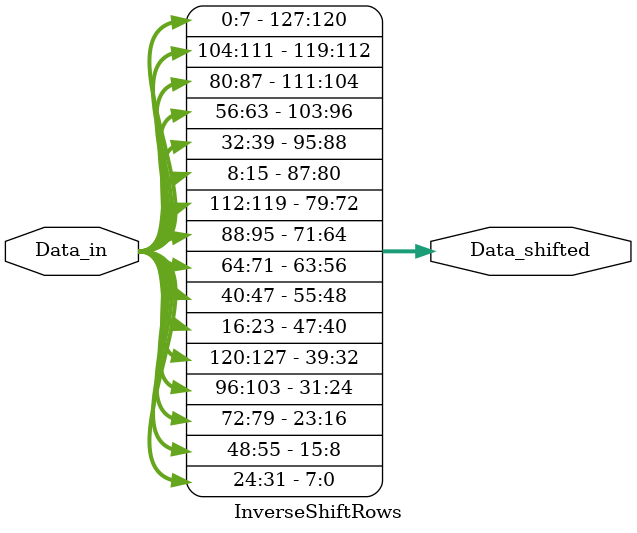
<source format=v>
module InverseShiftRows (
   input [0:127] Data_in,
	output [0:127] Data_shifted
);	
	assign Data_shifted[0+:8] = Data_in[0+:8]; assign Data_shifted[32+:8] = Data_in[32+:8]; assign Data_shifted[64+:8] = Data_in[64+:8]; assign Data_shifted[96+:8] = Data_in[96+:8];
	
	assign Data_shifted[8+:8] = Data_in[104+:8]; assign Data_shifted[40+:8] = Data_in[8+:8]; assign Data_shifted[72+:8] = Data_in[40+:8]; assign Data_shifted[104+:8] = Data_in[72+:8];
	
	assign Data_shifted[16+:8] = Data_in[80+:8]; assign Data_shifted[48+:8] = Data_in[112+:8]; assign Data_shifted[80+:8] = Data_in[16+:8]; assign Data_shifted[112+:8] = Data_in[48+:8];
	
    assign Data_shifted[24+:8] = Data_in[56+:8]; assign Data_shifted[56+:8] = Data_in[88+:8]; assign Data_shifted[88+:8] = Data_in[120+:8]; assign Data_shifted[120+:8] = Data_in[24+:8];
	
endmodule

</source>
